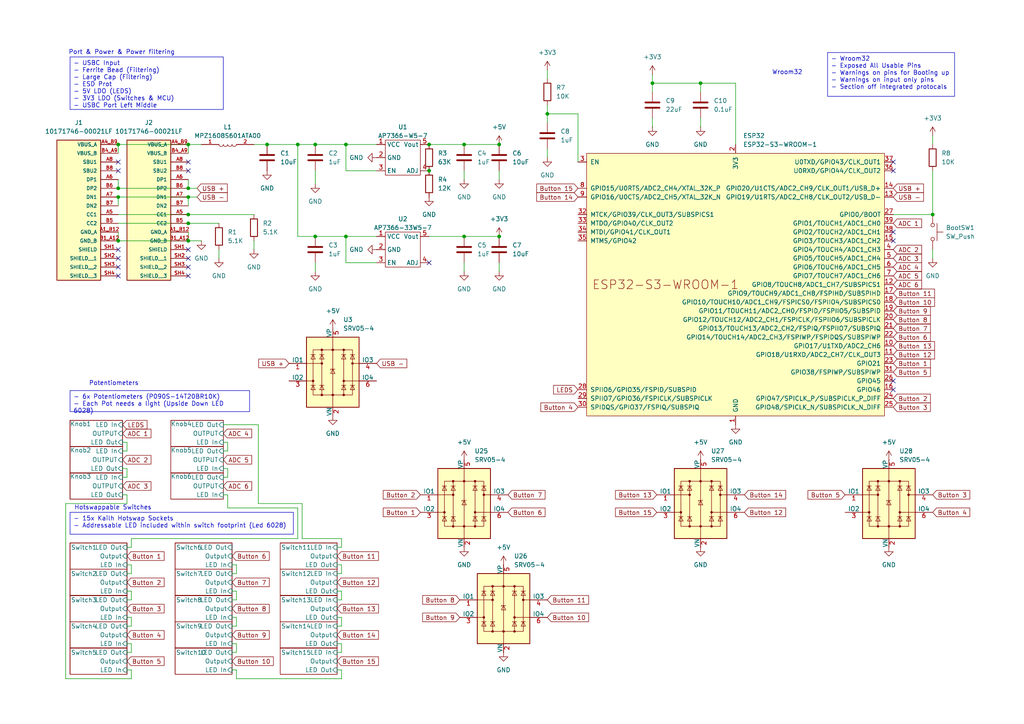
<source format=kicad_sch>
(kicad_sch (version 20231120) (generator "eeschema") (generator_version "8.0")
  (paper "A4")
  (lib_symbols
    (symbol "AP7366_SOT_25:AP7366_SOT25"
      (property "Reference" "U" (at 0 5.334 0))
      (symbol "AP7366_SOT25_1_1"
        (pin power_in line (at -7.62 2.54 0) (length 2.54) (name "VCC") (number "1"))
        (pin power_in line (at -7.62 -1.27 0) (length 2.54) (name "GND") (number "2"))
        (pin input line (at -7.62 -5.08 0) (length 2.54) (name "EN") (number "3"))
        (pin power_in line (at 7.62 -5.08 180) (length 2.54) (name "ADJ") (number "4"))
        (pin power_in line (at 7.62 2.54 180) (length 2.54) (name "Vout") (number "5"))
      )
    )
    (symbol "Device:C" (pin_numbers hide) (pin_names (offset 0.254))
      (property "Reference" "C" (at 0.635 2.54 0))
      (property "Value" "C" (at 0.635 -2.54 0))
      (symbol "C_1_1"
        (pin passive line (at 0 3.81 270) (length 2.794) (name "~") (number "1"))
        (pin passive line (at 0 -3.81 90) (length 2.794) (name "~") (number "2"))
      )
    )
    (symbol "Device:R" (pin_numbers hide) (pin_names (offset 0))
      (property "Reference" "R" (at 2.032 0 90))
      (property "Value" "R" (at 0 0 90))
      (symbol "R_1_1"
        (pin passive line (at 0 3.81 270) (length 1.27) (name "~") (number "1"))
        (pin passive line (at 0 -3.81 90) (length 1.27) (name "~") (number "2"))
      )
    )
    (symbol "Ferrite_Bead_MPZ1608S601ATA00:MPZ1608S601ATA00" (pin_names (offset 1.016))
      (property "Reference" "L" (at -5.0885 1.9082 0))
      (property "Value" "MPZ1608S601ATA00" (at -5.0854 -2.5427 0))
      (symbol "MPZ1608S601ATA00_0_0"
        (pin passive line (at -7.62 0 0) (length 5.08) (name "~") (number "1"))
        (pin passive line (at 7.62 0 180) (length 5.08) (name "~") (number "2"))
      )
    )
    (symbol "PCM_Espressif:ESP32-S3-WROOM-1" (pin_names (offset 1.016))
      (property "Reference" "U" (at -43.18 43.18 0))
      (property "Value" "ESP32-S3-WROOM-1" (at -43.18 40.64 0))
      (symbol "ESP32-S3-WROOM-1_0_0"
        (text "ESP32-S3-WROOM-1" (at -20.32 0 0) (effects (font (size 2.54 2.54))))
        (pin power_in line (at 0 -40.64 90) (length 2.54) (name "GND") (number "1"))
        (pin bidirectional line (at 45.72 -17.78 180) (length 2.54) (name "GPIO17/U1TXD/ADC2_CH6") (number "10"))
        (pin bidirectional line (at 45.72 -20.32 180) (length 2.54) (name "GPIO18/U1RXD/ADC2_CH7/CLK_OUT3") (number "11"))
        (pin bidirectional line (at 45.72 0 180) (length 2.54) (name "GPIO8/TOUCH8/ADC1_CH7/SUBSPICS1") (number "12"))
        (pin bidirectional line (at 45.72 25.4 180) (length 2.54) (name "GPIO19/U1RTS/ADC2_CH8/CLK_OUT2/USB_D-") (number "13"))
        (pin bidirectional line (at 45.72 27.94 180) (length 2.54) (name "GPIO20/U1CTS/ADC2_CH9/CLK_OUT1/USB_D+") (number "14"))
        (pin bidirectional line (at 45.72 12.7 180) (length 2.54) (name "GPIO3/TOUCH3/ADC1_CH2") (number "15"))
        (pin bidirectional line (at 45.72 -30.48 180) (length 2.54) (name "GPIO46") (number "16"))
        (pin bidirectional line (at 45.72 -2.54 180) (length 2.54) (name "GPIO9/TOUCH9/ADC1_CH8/FSPIHD/SUBSPIHD") (number "17"))
        (pin bidirectional line (at 45.72 -5.08 180) (length 2.54) (name "GPIO10/TOUCH10/ADC1_CH9/FSPICS0/FSPIIO4/SUBSPICS0") (number "18"))
        (pin bidirectional line (at 45.72 -7.62 180) (length 2.54) (name "GPIO11/TOUCH11/ADC2_CH0/FSPID/FSPIIO5/SUBSPID") (number "19"))
        (pin power_in line (at 0 40.64 270) (length 2.54) (name "3V3") (number "2"))
        (pin bidirectional line (at 45.72 -10.16 180) (length 2.54) (name "GPIO12/TOUCH12/ADC2_CH1/FSPICLK/FSPIIO6/SUBSPICLK") (number "20"))
        (pin bidirectional line (at 45.72 -12.7 180) (length 2.54) (name "GPIO13/TOUCH13/ADC2_CH2/FSPIQ/FSPIIO7/SUBSPIQ") (number "21"))
        (pin bidirectional line (at 45.72 -15.24 180) (length 2.54) (name "GPIO14/TOUCH14/ADC2_CH3/FSPIWP/FSPIDQS/SUBSPIWP") (number "22"))
        (pin bidirectional line (at 45.72 -22.86 180) (length 2.54) (name "GPIO21") (number "23"))
        (pin bidirectional line (at 45.72 -33.02 180) (length 2.54) (name "GPIO47/SPICLK_P/SUBSPICLK_P_DIFF") (number "24"))
        (pin bidirectional line (at 45.72 -35.56 180) (length 2.54) (name "GPIO48/SPICLK_N/SUBSPICLK_N_DIFF") (number "25"))
        (pin bidirectional line (at 45.72 -27.94 180) (length 2.54) (name "GPIO45") (number "26"))
        (pin bidirectional line (at 45.72 20.32 180) (length 2.54) (name "GPIO0/BOOT") (number "27"))
        (pin bidirectional line (at -45.72 -30.48 0) (length 2.54) (name "SPIIO6/GPIO35/FSPID/SUBSPID") (number "28"))
        (pin bidirectional line (at -45.72 -33.02 0) (length 2.54) (name "SPIIO7/GPIO36/FSPICLK/SUBSPICLK") (number "29"))
        (pin input line (at -45.72 35.56 0) (length 2.54) (name "EN") (number "3"))
        (pin bidirectional line (at -45.72 -35.56 0) (length 2.54) (name "SPIDQS/GPIO37/FSPIQ/SUBSPIQ") (number "30"))
        (pin bidirectional line (at 45.72 -25.4 180) (length 2.54) (name "GPIO38/FSPIWP/SUBSPIWP") (number "31"))
        (pin bidirectional line (at -45.72 20.32 0) (length 2.54) (name "MTCK/GPIO39/CLK_OUT3/SUBSPICS1") (number "32"))
        (pin bidirectional line (at -45.72 17.78 0) (length 2.54) (name "MTDO/GPIO40/CLK_OUT2") (number "33"))
        (pin bidirectional line (at -45.72 15.24 0) (length 2.54) (name "MTDI/GPIO41/CLK_OUT1") (number "34"))
        (pin bidirectional line (at -45.72 12.7 0) (length 2.54) (name "MTMS/GPIO42") (number "35"))
        (pin bidirectional line (at 45.72 33.02 180) (length 2.54) (name "U0RXD/GPIO44/CLK_OUT2") (number "36"))
        (pin bidirectional line (at 45.72 35.56 180) (length 2.54) (name "U0TXD/GPIO43/CLK_OUT1") (number "37"))
        (pin bidirectional line (at 45.72 15.24 180) (length 2.54) (name "GPIO2/TOUCH2/ADC1_CH1") (number "38"))
        (pin bidirectional line (at 45.72 17.78 180) (length 2.54) (name "GPIO1/TOUCH1/ADC1_CH0") (number "39"))
        (pin bidirectional line (at 45.72 10.16 180) (length 2.54) (name "GPIO4/TOUCH4/ADC1_CH3") (number "4"))
        (pin passive line (at 0 -40.64 90) (length 2.54) hide (name "GND") (number "40"))
        (pin passive line (at 0 -40.64 90) (length 2.54) hide (name "GND") (number "41"))
        (pin bidirectional line (at 45.72 7.62 180) (length 2.54) (name "GPIO5/TOUCH5/ADC1_CH4") (number "5"))
        (pin bidirectional line (at 45.72 5.08 180) (length 2.54) (name "GPIO6/TOUCH6/ADC1_CH5") (number "6"))
        (pin bidirectional line (at 45.72 2.54 180) (length 2.54) (name "GPIO7/TOUCH7/ADC1_CH6") (number "7"))
        (pin bidirectional line (at -45.72 27.94 0) (length 2.54) (name "GPIO15/U0RTS/ADC2_CH4/XTAL_32K_P") (number "8"))
        (pin bidirectional line (at -45.72 25.4 0) (length 2.54) (name "GPIO16/U0CTS/ADC2_CH5/XTAL_32K_N") (number "9"))
      )
    )
    (symbol "Power_Protection:SRV05-4" (pin_names (offset 0))
      (property "Reference" "U" (at -5.08 11.43 0))
      (property "Value" "SRV05-4" (at 2.54 11.43 0))
      (symbol "SRV05-4_1_1"
        (pin passive line (at -12.7 2.54 0) (length 5.08) (name "IO1") (number "1"))
        (pin passive line (at 0 -12.7 90) (length 2.54) (name "VN") (number "2"))
        (pin passive line (at -12.7 -2.54 0) (length 5.08) (name "IO2") (number "3"))
        (pin passive line (at 12.7 2.54 180) (length 5.08) (name "IO3") (number "4"))
        (pin passive line (at 0 12.7 270) (length 2.54) (name "VP") (number "5"))
        (pin passive line (at 12.7 -2.54 180) (length 5.08) (name "IO4") (number "6"))
      )
    )
    (symbol "Switch:SW_Push" (pin_numbers hide) (pin_names (offset 1.016) hide)
      (property "Reference" "SW" (at 1.27 2.54 0))
      (property "Value" "SW_Push" (at 0 -1.524 0))
      (symbol "SW_Push_0_1"
        (pin passive line (at -5.08 0 0) (length 2.54) (name "1") (number "1"))
        (pin passive line (at 5.08 0 180) (length 2.54) (name "2") (number "2"))
      )
    )
    (symbol "USBC_10171746_00021LF:10171746-00021LF" (pin_names (offset 1.016))
      (property "Reference" "J2" (at 0 17.78 0))
      (property "Value" "10171746-00021LF" (at 0 15.24 0))
      (symbol "10171746-00021LF_0_0"
        (pin power_in line (at 11.43 -13.97 180) (length 5.08) (name "GND_A") (number "A1_B12"))
        (pin power_in line (at 11.43 11.43 180) (length 5.08) (name "VBUS_A") (number "A4_B9"))
        (pin bidirectional line (at 11.43 -8.89 180) (length 5.08) (name "CC1") (number "A5"))
        (pin bidirectional line (at 11.43 1.27 180) (length 5.08) (name "DP1") (number "A6"))
        (pin bidirectional line (at 11.43 -3.81 180) (length 5.08) (name "DN1") (number "A7"))
        (pin bidirectional line (at 11.43 6.35 180) (length 5.08) (name "SBU1") (number "A8"))
        (pin power_in line (at 11.43 -16.51 180) (length 5.08) (name "GND_B") (number "B1_A12"))
        (pin power_in line (at 11.43 8.89 180) (length 5.08) (name "VBUS_B") (number "B4_A9"))
        (pin bidirectional line (at 11.43 -11.43 180) (length 5.08) (name "CC2") (number "B5"))
        (pin bidirectional line (at 11.43 -1.27 180) (length 5.08) (name "DP2") (number "B6"))
        (pin bidirectional line (at 11.43 -6.35 180) (length 5.08) (name "DN2") (number "B7"))
        (pin bidirectional line (at 11.43 3.81 180) (length 5.08) (name "SBU2") (number "B8"))
        (pin passive line (at 11.43 -19.05 180) (length 5.08) (name "SHIELD") (number "SH1"))
        (pin passive line (at 11.43 -21.59 180) (length 5.08) (name "SHIELD__1") (number "SH2"))
        (pin passive line (at 11.43 -24.13 180) (length 5.08) (name "SHIELD__2") (number "SH3"))
        (pin passive line (at 11.43 -26.67 180) (length 5.08) (name "SHIELD__3") (number "SH4"))
      )
    )
    (symbol "power:+3V3" (power) (pin_numbers hide) (pin_names (offset 0) hide)
      (property "Value" "+3V3" (at 0 3.556 0))
      (symbol "+3V3_1_1"
        (pin power_in line (at 0 0 90) (length 0) (name "~") (number "1"))
      )
    )
    (symbol "power:+5V" (power) (pin_numbers hide) (pin_names (offset 0) hide)
      (property "Value" "+5V" (at 0 3.556 0))
      (symbol "+5V_1_1"
        (pin power_in line (at 0 0 90) (length 0) (name "~") (number "1"))
      )
    )
    (symbol "power:GND" (power) (pin_numbers hide) (pin_names (offset 0) hide)
      (property "Value" "GND" (at 0 -3.81 0))
      (symbol "GND_1_1"
        (pin power_in line (at 0 0 270) (length 0) (name "~") (number "1"))
      )
    )
  )
  (junction (at 86.36 41.91))
  (junction (at 54.61 64.77))
  (junction (at 91.44 41.91))
  (junction (at 144.78 41.91))
  (junction (at 34.29 41.91))
  (junction (at 158.75 33.02))
  (junction (at 34.29 54.61))
  (junction (at 54.61 41.91))
  (junction (at 124.46 49.53))
  (junction (at 134.62 41.91))
  (junction (at 91.44 68.58))
  (junction (at 144.78 68.58))
  (junction (at 134.62 68.58))
  (junction (at 77.47 41.91))
  (junction (at 34.29 69.85))
  (junction (at 100.33 41.91))
  (junction (at 54.61 54.61))
  (junction (at 270.51 62.23))
  (junction (at 54.61 62.23))
  (junction (at 34.29 57.15))
  (junction (at 203.2 24.13))
  (junction (at 100.33 68.58))
  (junction (at 54.61 57.15))
  (junction (at 189.23 24.13))
  (junction (at 54.61 69.85))
  (junction (at 124.46 41.91))
  (no_connect (at 259.08 113.03))
  (no_connect (at 259.08 67.31))
  (no_connect (at 34.29 49.53))
  (no_connect (at 54.61 49.53))
  (no_connect (at 34.29 77.47))
  (no_connect (at 54.61 77.47))
  (no_connect (at 34.29 72.39))
  (no_connect (at 54.61 46.99))
  (no_connect (at 34.29 74.93))
  (no_connect (at 54.61 80.01))
  (no_connect (at 259.08 46.99))
  (no_connect (at 54.61 74.93))
  (no_connect (at 34.29 46.99))
  (no_connect (at 259.08 110.49))
  (no_connect (at 34.29 80.01))
  (no_connect (at 54.61 72.39))
  (no_connect (at 259.08 69.85))
  (no_connect (at 124.46 76.2))
  (no_connect (at 259.08 49.53))
  (wire (pts (xy 54.61 41.91) (xy 58.42 41.91)))
  (wire (pts (xy 66.04 143.51) (xy 64.77 143.51)))
  (wire (pts (xy 38.1 186.69) (xy 36.83 186.69)))
  (wire (pts (xy 67.31 173.99) (xy 68.58 173.99)))
  (wire (pts (xy 36.83 173.99) (xy 38.1 173.99)))
  (wire (pts (xy 74.93 146.05) (xy 74.93 123.19)))
  (wire (pts (xy 100.33 76.2) (xy 100.33 68.58)))
  (wire (pts (xy 144.78 76.2) (xy 144.78 78.74)))
  (wire (pts (xy 67.31 166.37) (xy 68.58 166.37)))
  (wire (pts (xy 158.75 35.56) (xy 158.75 33.02)))
  (wire (pts (xy 54.61 62.23) (xy 73.66 62.23)))
  (wire (pts (xy 34.29 64.77) (xy 54.61 64.77)))
  (wire (pts (xy 57.15 54.61) (xy 54.61 54.61)))
  (wire (pts (xy 99.06 186.69) (xy 99.06 189.23)))
  (wire (pts (xy 97.79 194.31) (xy 99.06 194.31)))
  (wire (pts (xy 66.04 128.27) (xy 64.77 128.27)))
  (wire (pts (xy 86.36 41.91) (xy 86.36 68.58)))
  (wire (pts (xy 68.58 194.31) (xy 67.31 194.31)))
  (wire (pts (xy 144.78 49.53) (xy 144.78 52.07)))
  (wire (pts (xy 68.58 186.69) (xy 67.31 186.69)))
  (wire (pts (xy 189.23 21.59) (xy 189.23 24.13)))
  (wire (pts (xy 99.06 189.23) (xy 97.79 189.23)))
  (wire (pts (xy 124.46 68.58) (xy 134.62 68.58)))
  (wire (pts (xy 189.23 24.13) (xy 189.23 26.67)))
  (wire (pts (xy 86.36 41.91) (xy 91.44 41.91)))
  (wire (pts (xy 38.1 166.37) (xy 38.1 163.83)))
  (wire (pts (xy 97.79 163.83) (xy 99.06 163.83)))
  (wire (pts (xy 99.06 179.07) (xy 99.06 181.61)))
  (wire (pts (xy 36.83 146.05) (xy 19.05 146.05)))
  (wire (pts (xy 87.63 156.21) (xy 87.63 146.05)))
  (wire (pts (xy 91.44 68.58) (xy 100.33 68.58)))
  (wire (pts (xy 97.79 179.07) (xy 99.06 179.07)))
  (wire (pts (xy 34.29 54.61) (xy 54.61 54.61)))
  (wire (pts (xy 99.06 173.99) (xy 97.79 173.99)))
  (wire (pts (xy 34.29 57.15) (xy 54.61 57.15)))
  (wire (pts (xy 203.2 24.13) (xy 213.36 24.13)))
  (wire (pts (xy 68.58 181.61) (xy 68.58 179.07)))
  (wire (pts (xy 99.06 163.83) (xy 99.06 166.37)))
  (wire (pts (xy 34.29 67.31) (xy 34.29 69.85)))
  (wire (pts (xy 67.31 189.23) (xy 68.58 189.23)))
  (wire (pts (xy 270.51 49.53) (xy 270.51 62.23)))
  (wire (pts (xy 54.61 52.07) (xy 54.61 54.61)))
  (wire (pts (xy 36.83 166.37) (xy 38.1 166.37)))
  (wire (pts (xy 68.58 196.85) (xy 68.58 194.31)))
  (wire (pts (xy 38.1 158.75) (xy 38.1 156.21)))
  (wire (pts (xy 54.61 64.77) (xy 63.5 64.77)))
  (wire (pts (xy 34.29 41.91) (xy 34.29 44.45)))
  (wire (pts (xy 158.75 22.86) (xy 158.75 20.32)))
  (wire (pts (xy 54.61 44.45) (xy 54.61 41.91)))
  (wire (pts (xy 203.2 24.13) (xy 203.2 26.67)))
  (wire (pts (xy 109.22 49.53) (xy 100.33 49.53)))
  (wire (pts (xy 189.23 34.29) (xy 189.23 36.83)))
  (wire (pts (xy 36.83 130.81) (xy 35.56 130.81)))
  (wire (pts (xy 97.79 186.69) (xy 99.06 186.69)))
  (wire (pts (xy 99.06 156.21) (xy 99.06 158.75)))
  (wire (pts (xy 64.77 138.43) (xy 66.04 138.43)))
  (wire (pts (xy 87.63 156.21) (xy 99.06 156.21)))
  (wire (pts (xy 134.62 49.53) (xy 134.62 52.07)))
  (wire (pts (xy 36.83 158.75) (xy 38.1 158.75)))
  (wire (pts (xy 100.33 49.53) (xy 100.33 41.91)))
  (wire (pts (xy 54.61 69.85) (xy 54.61 67.31)))
  (wire (pts (xy 91.44 41.91) (xy 100.33 41.91)))
  (wire (pts (xy 86.36 147.32) (xy 66.04 147.32)))
  (wire (pts (xy 68.58 179.07) (xy 67.31 179.07)))
  (wire (pts (xy 58.42 69.85) (xy 54.61 69.85)))
  (wire (pts (xy 124.46 41.91) (xy 134.62 41.91)))
  (wire (pts (xy 38.1 181.61) (xy 38.1 179.07)))
  (wire (pts (xy 35.56 143.51) (xy 36.83 143.51)))
  (wire (pts (xy 144.78 68.58) (xy 134.62 68.58)))
  (wire (pts (xy 134.62 76.2) (xy 134.62 78.74)))
  (wire (pts (xy 99.06 166.37) (xy 97.79 166.37)))
  (wire (pts (xy 19.05 196.85) (xy 38.1 196.85)))
  (wire (pts (xy 270.51 74.93) (xy 270.51 72.39)))
  (wire (pts (xy 158.75 30.48) (xy 158.75 33.02)))
  (wire (pts (xy 36.83 181.61) (xy 38.1 181.61)))
  (wire (pts (xy 36.83 189.23) (xy 38.1 189.23)))
  (wire (pts (xy 158.75 33.02) (xy 167.64 33.02)))
  (wire (pts (xy 91.44 76.2) (xy 91.44 78.74)))
  (wire (pts (xy 74.93 123.19) (xy 64.77 123.19)))
  (wire (pts (xy 68.58 166.37) (xy 68.58 163.83)))
  (wire (pts (xy 91.44 49.53) (xy 91.44 53.34)))
  (wire (pts (xy 38.1 196.85) (xy 38.1 194.31)))
  (wire (pts (xy 68.58 189.23) (xy 68.58 186.69)))
  (wire (pts (xy 66.04 135.89) (xy 64.77 135.89)))
  (wire (pts (xy 66.04 143.51) (xy 66.04 147.32)))
  (wire (pts (xy 109.22 76.2) (xy 100.33 76.2)))
  (wire (pts (xy 86.36 68.58) (xy 91.44 68.58)))
  (wire (pts (xy 34.29 41.91) (xy 54.61 41.91)))
  (wire (pts (xy 73.66 41.91) (xy 77.47 41.91)))
  (wire (pts (xy 189.23 24.13) (xy 203.2 24.13)))
  (wire (pts (xy 87.63 146.05) (xy 74.93 146.05)))
  (wire (pts (xy 38.1 194.31) (xy 36.83 194.31)))
  (wire (pts (xy 99.06 196.85) (xy 68.58 196.85)))
  (wire (pts (xy 19.05 146.05) (xy 19.05 196.85)))
  (wire (pts (xy 86.36 156.21) (xy 86.36 147.32)))
  (wire (pts (xy 68.58 163.83) (xy 67.31 163.83)))
  (wire (pts (xy 270.51 39.37) (xy 270.51 41.91)))
  (wire (pts (xy 35.56 128.27) (xy 36.83 128.27)))
  (wire (pts (xy 203.2 34.29) (xy 203.2 36.83)))
  (wire (pts (xy 68.58 173.99) (xy 68.58 171.45)))
  (wire (pts (xy 38.1 189.23) (xy 38.1 186.69)))
  (wire (pts (xy 100.33 41.91) (xy 109.22 41.91)))
  (wire (pts (xy 38.1 171.45) (xy 36.83 171.45)))
  (wire (pts (xy 99.06 171.45) (xy 99.06 173.99)))
  (wire (pts (xy 34.29 57.15) (xy 34.29 59.69)))
  (wire (pts (xy 68.58 171.45) (xy 67.31 171.45)))
  (wire (pts (xy 73.66 69.85) (xy 73.66 72.39)))
  (wire (pts (xy 57.15 57.15) (xy 54.61 57.15)))
  (wire (pts (xy 97.79 171.45) (xy 99.06 171.45)))
  (wire (pts (xy 66.04 138.43) (xy 66.04 135.89)))
  (wire (pts (xy 63.5 72.39) (xy 63.5 74.93)))
  (wire (pts (xy 99.06 194.31) (xy 99.06 196.85)))
  (wire (pts (xy 77.47 41.91) (xy 86.36 41.91)))
  (wire (pts (xy 158.75 45.72) (xy 158.75 43.18)))
  (wire (pts (xy 38.1 179.07) (xy 36.83 179.07)))
  (wire (pts (xy 36.83 143.51) (xy 36.83 146.05)))
  (wire (pts (xy 99.06 158.75) (xy 97.79 158.75)))
  (wire (pts (xy 36.83 128.27) (xy 36.83 130.81)))
  (wire (pts (xy 36.83 135.89) (xy 36.83 138.43)))
  (wire (pts (xy 34.29 54.61) (xy 34.29 52.07)))
  (wire (pts (xy 38.1 156.21) (xy 86.36 156.21)))
  (wire (pts (xy 38.1 173.99) (xy 38.1 171.45)))
  (wire (pts (xy 64.77 130.81) (xy 66.04 130.81)))
  (wire (pts (xy 38.1 163.83) (xy 36.83 163.83)))
  (wire (pts (xy 34.29 69.85) (xy 54.61 69.85)))
  (wire (pts (xy 100.33 68.58) (xy 109.22 68.58)))
  (wire (pts (xy 213.36 24.13) (xy 213.36 41.91)))
  (wire (pts (xy 67.31 181.61) (xy 68.58 181.61)))
  (wire (pts (xy 99.06 181.61) (xy 97.79 181.61)))
  (wire (pts (xy 54.61 57.15) (xy 54.61 59.69)))
  (wire (pts (xy 167.64 33.02) (xy 167.64 46.99)))
  (wire (pts (xy 35.56 135.89) (xy 36.83 135.89)))
  (wire (pts (xy 66.04 130.81) (xy 66.04 128.27)))
  (wire (pts (xy 144.78 41.91) (xy 134.62 41.91)))
  (wire (pts (xy 34.29 62.23) (xy 54.61 62.23)))
  (wire (pts (xy 259.08 62.23) (xy 270.51 62.23)))
  (wire (pts (xy 36.83 138.43) (xy 35.56 138.43)))
  (text_box "- 6x Potentiometers (P090S-14T20BR10K)\n- Each Pot needs a light (Upside Down LED 6028)" (at 20.32 113.284 0) (size 52.07 6.096) (effects (font (size 1.27 1.27)) (justify left top)))
  (text_box "- USBC Input\n- Ferrite Bead (Filtering)\n- Large Cap (Filtering)\n- ESD Prot\n- 5V LDO (LEDS)\n- 3V3 LDO (Switches & MCU)\n- USBC Port Left Middle" (at 20.32 16.51 0) (size 44.45 15.24) (effects (font (size 1.27 1.27)) (justify left top)))
  (text_box "- Wroom32\n- Exposed All Usable Pins\n- Warnings on pins for Booting up\n- Warnings on input only pins\n- Section off integrated protocals" (at 240.03 15.24 0) (size 36.83 12.7) (effects (font (size 1.27 1.27)) (justify left top)))
  (text_box "- 15x Kailh Hotswap Sockets\n- Addressable LED included within switch footprint (Led 6028)" (at 20.32 148.59 0) (size 64.77 6.35) (effects (font (size 1.27 1.27)) (justify left top)))
  (text "Port & Power & Power filtering" (at 35.306 15.24 0) (effects (font (size 1.27 1.27))))
  (text "Wroom32" (at 228.346 21.082 0) (effects (font (size 1.27 1.27))))
  (text "Potentiometers" (at 33.02 111.252 0) (effects (font (size 1.27 1.27))))
  (text "Hotswappable Switches" (at 32.766 147.32 0) (effects (font (size 1.27 1.27))))
  (global_label "Button 11" (shape input) (at 259.08 85.09 0) (property "Intersheetrefs" "${INTERSHEET_REFS}" (effects (hide yes))))
  (global_label "ADC 2" (shape input) (at 35.56 133.35 0) (property "Intersheetrefs" "${INTERSHEET_REFS}" (effects (hide yes))))
  (global_label "ADC 1" (shape input) (at 259.08 64.77 0) (property "Intersheetrefs" "${INTERSHEET_REFS}" (effects (hide yes))))
  (global_label "Button 3" (shape input) (at 259.08 118.11 0) (property "Intersheetrefs" "${INTERSHEET_REFS}" (effects (hide yes))))
  (global_label "Button 8" (shape input) (at 67.31 176.53 0) (property "Intersheetrefs" "${INTERSHEET_REFS}" (effects (hide yes))))
  (global_label "Button 2" (shape input) (at 121.92 143.51 180) (property "Intersheetrefs" "${INTERSHEET_REFS}" (effects (hide yes))))
  (global_label "ADC 6" (shape input) (at 64.77 140.97 0) (property "Intersheetrefs" "${INTERSHEET_REFS}" (effects (hide yes))))
  (global_label "Button 14" (shape input) (at 167.64 57.15 180) (property "Intersheetrefs" "${INTERSHEET_REFS}" (effects (hide yes))))
  (global_label "Button 2" (shape input) (at 36.83 168.91 0) (property "Intersheetrefs" "${INTERSHEET_REFS}" (effects (hide yes))))
  (global_label "Button 11" (shape input) (at 158.75 173.99 0) (property "Intersheetrefs" "${INTERSHEET_REFS}" (effects (hide yes))))
  (global_label "ADC 2" (shape input) (at 259.08 72.39 0) (property "Intersheetrefs" "${INTERSHEET_REFS}" (effects (hide yes))))
  (global_label "Button 4" (shape input) (at 36.83 184.15 0) (property "Intersheetrefs" "${INTERSHEET_REFS}" (effects (hide yes))))
  (global_label "Button 15" (shape input) (at 167.64 54.61 180) (property "Intersheetrefs" "${INTERSHEET_REFS}" (effects (hide yes))))
  (global_label "Button 11" (shape input) (at 97.79 161.29 0) (property "Intersheetrefs" "${INTERSHEET_REFS}" (effects (hide yes))))
  (global_label "Button 4" (shape input) (at 270.51 148.59 0) (property "Intersheetrefs" "${INTERSHEET_REFS}" (effects (hide yes))))
  (global_label "Button 6" (shape input) (at 67.31 161.29 0) (property "Intersheetrefs" "${INTERSHEET_REFS}" (effects (hide yes))))
  (global_label "USB -" (shape input) (at 57.15 57.15 0) (property "Intersheetrefs" "${INTERSHEET_REFS}" (effects (hide yes))))
  (global_label "Button 9" (shape input) (at 133.35 179.07 180) (property "Intersheetrefs" "${INTERSHEET_REFS}" (effects (hide yes))))
  (global_label "USB +" (shape input) (at 259.08 54.61 0) (property "Intersheetrefs" "${INTERSHEET_REFS}" (effects (hide yes))))
  (global_label "Button 10" (shape input) (at 67.31 191.77 0) (property "Intersheetrefs" "${INTERSHEET_REFS}" (effects (hide yes))))
  (global_label "LEDS" (shape input) (at 167.64 113.03 180) (property "Intersheetrefs" "${INTERSHEET_REFS}" (effects (hide yes))))
  (global_label "USB -" (shape input) (at 109.22 105.41 0) (property "Intersheetrefs" "${INTERSHEET_REFS}" (effects (hide yes))))
  (global_label "ADC 5" (shape input) (at 64.77 133.35 0) (property "Intersheetrefs" "${INTERSHEET_REFS}" (effects (hide yes))))
  (global_label "Button 5" (shape input) (at 36.83 191.77 0) (property "Intersheetrefs" "${INTERSHEET_REFS}" (effects (hide yes))))
  (global_label "Button 15" (shape input) (at 190.5 148.59 180) (property "Intersheetrefs" "${INTERSHEET_REFS}" (effects (hide yes))))
  (global_label "Button 1" (shape input) (at 259.08 105.41 0) (property "Intersheetrefs" "${INTERSHEET_REFS}" (effects (hide yes))))
  (global_label "Button 6" (shape input) (at 147.32 148.59 0) (property "Intersheetrefs" "${INTERSHEET_REFS}" (effects (hide yes))))
  (global_label "USB -" (shape input) (at 259.08 57.15 0) (property "Intersheetrefs" "${INTERSHEET_REFS}" (effects (hide yes))))
  (global_label "Button 13" (shape input) (at 259.08 100.33 0) (property "Intersheetrefs" "${INTERSHEET_REFS}" (effects (hide yes))))
  (global_label "Button 3" (shape input) (at 36.83 176.53 0) (property "Intersheetrefs" "${INTERSHEET_REFS}" (effects (hide yes))))
  (global_label "USB +" (shape input) (at 83.82 105.41 180) (property "Intersheetrefs" "${INTERSHEET_REFS}" (effects (hide yes))))
  (global_label "ADC 3" (shape input) (at 259.08 74.93 0) (property "Intersheetrefs" "${INTERSHEET_REFS}" (effects (hide yes))))
  (global_label "Button 8" (shape input) (at 133.35 173.99 180) (property "Intersheetrefs" "${INTERSHEET_REFS}" (effects (hide yes))))
  (global_label "Button 8" (shape input) (at 259.08 92.71 0) (property "Intersheetrefs" "${INTERSHEET_REFS}" (effects (hide yes))))
  (global_label "Button 10" (shape input) (at 158.75 179.07 0) (property "Intersheetrefs" "${INTERSHEET_REFS}" (effects (hide yes))))
  (global_label "Button 9" (shape input) (at 259.08 90.17 0) (property "Intersheetrefs" "${INTERSHEET_REFS}" (effects (hide yes))))
  (global_label "Button 1" (shape input) (at 36.83 161.29 0) (property "Intersheetrefs" "${INTERSHEET_REFS}" (effects (hide yes))))
  (global_label "LEDS" (shape input) (at 35.56 123.19 0) (property "Intersheetrefs" "${INTERSHEET_REFS}" (effects (hide yes))))
  (global_label "ADC 6" (shape input) (at 259.08 82.55 0) (property "Intersheetrefs" "${INTERSHEET_REFS}" (effects (hide yes))))
  (global_label "Button 3" (shape input) (at 270.51 143.51 0) (property "Intersheetrefs" "${INTERSHEET_REFS}" (effects (hide yes))))
  (global_label "Button 15" (shape input) (at 97.79 191.77 0) (property "Intersheetrefs" "${INTERSHEET_REFS}" (effects (hide yes))))
  (global_label "Button 1" (shape input) (at 121.92 148.59 180) (property "Intersheetrefs" "${INTERSHEET_REFS}" (effects (hide yes))))
  (global_label "Button 7" (shape input) (at 147.32 143.51 0) (property "Intersheetrefs" "${INTERSHEET_REFS}" (effects (hide yes))))
  (global_label "ADC 4" (shape input) (at 64.77 125.73 0) (property "Intersheetrefs" "${INTERSHEET_REFS}" (effects (hide yes))))
  (global_label "Button 5" (shape input) (at 259.08 107.95 0) (property "Intersheetrefs" "${INTERSHEET_REFS}" (effects (hide yes))))
  (global_label "Button 14" (shape input) (at 215.9 143.51 0) (property "Intersheetrefs" "${INTERSHEET_REFS}" (effects (hide yes))))
  (global_label "Button 13" (shape input) (at 97.79 176.53 0) (property "Intersheetrefs" "${INTERSHEET_REFS}" (effects (hide yes))))
  (global_label "Button 12" (shape input) (at 215.9 148.59 0) (property "Intersheetrefs" "${INTERSHEET_REFS}" (effects (hide yes))))
  (global_label "Button 12" (shape input) (at 259.08 102.87 0) (property "Intersheetrefs" "${INTERSHEET_REFS}" (effects (hide yes))))
  (global_label "ADC 5" (shape input) (at 259.08 80.01 0) (property "Intersheetrefs" "${INTERSHEET_REFS}" (effects (hide yes))))
  (global_label "Button 5" (shape input) (at 245.11 143.51 180) (property "Intersheetrefs" "${INTERSHEET_REFS}" (effects (hide yes))))
  (global_label "Button 14" (shape input) (at 97.79 184.15 0) (property "Intersheetrefs" "${INTERSHEET_REFS}" (effects (hide yes))))
  (global_label "Button 13" (shape input) (at 190.5 143.51 180) (property "Intersheetrefs" "${INTERSHEET_REFS}" (effects (hide yes))))
  (global_label "Button 7" (shape input) (at 259.08 95.25 0) (property "Intersheetrefs" "${INTERSHEET_REFS}" (effects (hide yes))))
  (global_label "Button 6" (shape input) (at 259.08 97.79 0) (property "Intersheetrefs" "${INTERSHEET_REFS}" (effects (hide yes))))
  (global_label "Button 4" (shape input) (at 167.64 118.11 180) (property "Intersheetrefs" "${INTERSHEET_REFS}" (effects (hide yes))))
  (global_label "ADC 1" (shape input) (at 35.56 125.73 0) (property "Intersheetrefs" "${INTERSHEET_REFS}" (effects (hide yes))))
  (global_label "Button 9" (shape input) (at 67.31 184.15 0) (property "Intersheetrefs" "${INTERSHEET_REFS}" (effects (hide yes))))
  (global_label "Button 10" (shape input) (at 259.08 87.63 0) (property "Intersheetrefs" "${INTERSHEET_REFS}" (effects (hide yes))))
  (global_label "ADC 4" (shape input) (at 259.08 77.47 0) (property "Intersheetrefs" "${INTERSHEET_REFS}" (effects (hide yes))))
  (global_label "Button 7" (shape input) (at 67.31 168.91 0) (property "Intersheetrefs" "${INTERSHEET_REFS}" (effects (hide yes))))
  (global_label "Button 2" (shape input) (at 259.08 115.57 0) (property "Intersheetrefs" "${INTERSHEET_REFS}" (effects (hide yes))))
  (global_label "USB +" (shape input) (at 57.15 54.61 0) (property "Intersheetrefs" "${INTERSHEET_REFS}" (effects (hide yes))))
  (global_label "ADC 3" (shape input) (at 35.56 140.97 0) (property "Intersheetrefs" "${INTERSHEET_REFS}" (effects (hide yes))))
  (global_label "Button 12" (shape input) (at 97.79 168.91 0) (property "Intersheetrefs" "${INTERSHEET_REFS}" (effects (hide yes))))
  (symbol (lib_id "power:+5V") (at 134.62 133.35 0) (unit 1)
    (property "Reference" "#PWR0180" (effects (hide yes)))
    (property "Value" "+5V" (at 134.62 128.27 0))
    (property "Description" "Power symbol creates a global label with name \"+5V\"" (effects (hide yes)))
  )
  (symbol (lib_id "Device:C") (at 134.62 45.72 0) (unit 1)
    (property "Reference" "C4" (at 138.43 44.4499 0) (effects (justify left)))
    (property "Value" "1uF" (at 138.43 46.9899 0) (effects (justify left)))
    (property "Footprint" "Resistor_SMD:R_0603_1608Metric" (effects (hide yes)))
    (property "Description" "Unpolarized capacitor" (effects (hide yes)))
  )
  (symbol (lib_id "power:GND") (at 189.23 36.83 0) (unit 1)
    (property "Reference" "#PWR020" (effects (hide yes)))
    (property "Value" "GND" (at 189.23 41.91 0))
    (property "Description" "Power symbol creates a global label with name \"GND\" , ground" (effects (hide yes)))
  )
  (symbol (lib_id "power:+3V3") (at 158.75 20.32 0) (unit 1)
    (property "Reference" "#PWR017" (effects (hide yes)))
    (property "Value" "+3V3" (at 158.75 15.24 0))
    (property "Description" "Power symbol creates a global label with name \"+3V3\"" (effects (hide yes)))
  )
  (symbol (lib_id "Device:R") (at 124.46 45.72 0) (unit 1)
    (property "Reference" "R3" (at 127 44.4499 0) (effects (justify left)))
    (property "Value" "63K" (at 127 46.9899 0) (effects (justify left)))
    (property "Footprint" "Resistor_SMD:R_0603_1608Metric" (effects (hide yes)))
    (property "Description" "Resistor" (effects (hide yes)))
  )
  (symbol (lib_id "USBC_10171746_00021LF:10171746-00021LF") (at 22.86 53.34 0) (unit 1)
    (property "Reference" "J1" (at 22.86 35.56 0))
    (property "Value" "10171746-00021LF" (at 22.86 38.1 0))
    (property "Footprint" "USBC_10171746_00021LF:AMPHENOL_10171746-00021LF" (effects (hide yes)))
    (property "PARTREV" "A" (effects (hide yes)))
    (property "STANDARD" "Manufacturer Recommendations" (effects (hide yes)))
    (property "MAXIMUM_PACKAGE_HEIGHT" "3.16 mm" (effects (hide yes)))
    (property "MANUFACTURER" "Amphenol" (effects (hide yes)))
  )
  (symbol (lib_id "Ferrite_Bead_MPZ1608S601ATA00:MPZ1608S601ATA00") (at 66.04 41.91 0) (unit 1)
    (property "Reference" "L1" (at 66.04 36.83 0))
    (property "Value" "MPZ1608S601ATA00" (at 66.04 39.37 0))
    (property "Footprint" "Ferrite_Bead_MPZ1608S601ATA00:INDC1608X95N" (effects (hide yes)))
  )
  (symbol (lib_id "power:GND") (at 270.51 74.93 0) (unit 1)
    (property "Reference" "#PWR024" (effects (hide yes)))
    (property "Value" "GND" (at 270.51 80.01 0))
    (property "Description" "Power symbol creates a global label with name \"GND\" , ground" (effects (hide yes)))
  )
  (symbol (lib_id "power:+3V3") (at 270.51 39.37 0) (unit 1)
    (property "Reference" "#PWR023" (effects (hide yes)))
    (property "Value" "+3V3" (at 270.51 34.29 0))
    (property "Description" "Power symbol creates a global label with name \"+3V3\"" (effects (hide yes)))
  )
  (symbol (lib_id "power:GND") (at 124.46 57.15 0) (unit 1)
    (property "Reference" "#PWR09" (effects (hide yes)))
    (property "Value" "GND" (at 124.46 62.23 0))
    (property "Description" "Power symbol creates a global label with name \"GND\" , ground" (effects (hide yes)))
  )
  (symbol (lib_id "Device:C") (at 134.62 72.39 0) (unit 1)
    (property "Reference" "C5" (at 138.43 71.1199 0) (effects (justify left)))
    (property "Value" "1uF" (at 138.43 73.6599 0) (effects (justify left)))
    (property "Footprint" "Resistor_SMD:R_0603_1608Metric" (effects (hide yes)))
    (property "Description" "Unpolarized capacitor" (effects (hide yes)))
  )
  (symbol (lib_id "power:GND") (at 134.62 158.75 0) (unit 1)
    (property "Reference" "#PWR0175" (effects (hide yes)))
    (property "Value" "GND" (at 134.62 163.83 0))
    (property "Description" "Power symbol creates a global label with name \"GND\" , ground" (effects (hide yes)))
  )
  (symbol (lib_id "Power_Protection:SRV05-4") (at 134.62 146.05 0) (unit 1)
    (property "Reference" "U25" (at 137.6365 130.81 0) (effects (justify left)))
    (property "Value" "SRV05-4" (at 137.6365 133.35 0) (effects (justify left)))
    (property "Footprint" "Package_TO_SOT_SMD:SOT-23-6" (effects (hide yes)))
    (property "Datasheet" "http://www.onsemi.com/pub/Collateral/SRV05-4-D.PDF" (effects (hide yes)))
    (property "Description" "ESD Protection Diodes with Low Clamping Voltage, SOT-23-6" (effects (hide yes)))
  )
  (symbol (lib_id "Device:C") (at 189.23 30.48 0) (unit 1)
    (property "Reference" "C9" (at 193.04 29.2099 0) (effects (justify left)))
    (property "Value" "22uF" (at 193.04 31.7499 0) (effects (justify left)))
    (property "Footprint" "Capacitor_SMD:C_1206_3216Metric_Pad1.33x1.80mm_HandSolder" (effects (hide yes)))
    (property "Description" "Unpolarized capacitor" (effects (hide yes)))
  )
  (symbol (lib_id "Power_Protection:SRV05-4") (at 146.05 176.53 0) (unit 1)
    (property "Reference" "U26" (at 149.0665 161.29 0) (effects (justify left)))
    (property "Value" "SRV05-4" (at 149.0665 163.83 0) (effects (justify left)))
    (property "Footprint" "Package_TO_SOT_SMD:SOT-23-6" (effects (hide yes)))
    (property "Datasheet" "http://www.onsemi.com/pub/Collateral/SRV05-4-D.PDF" (effects (hide yes)))
    (property "Description" "ESD Protection Diodes with Low Clamping Voltage, SOT-23-6" (effects (hide yes)))
  )
  (symbol (lib_id "power:+5V") (at 144.78 41.91 0) (unit 1)
    (property "Reference" "#PWR013" (effects (hide yes)))
    (property "Value" "+5V" (at 144.78 36.83 0))
    (property "Description" "Power symbol creates a global label with name \"+5V\"" (effects (hide yes)))
  )
  (symbol (lib_id "AP7366_SOT_25:AP7366_SOT25") (at 116.84 44.45 0) (unit 1)
    (property "Reference" "U1" (at 116.84 36.83 0))
    (property "Value" "AP7366-W5-7" (at 116.84 39.37 0))
    (property "Footprint" "AP7366-SOT25:AP7366" (effects (hide yes)))
  )
  (symbol (lib_id "Device:C") (at 144.78 72.39 0) (unit 1)
    (property "Reference" "C7" (at 148.59 71.1199 0) (effects (justify left)))
    (property "Value" "10uF" (at 148.59 73.6599 0) (effects (justify left)))
    (property "Footprint" "Capacitor_SMD:C_0603_1608Metric" (effects (hide yes)))
    (property "Description" "Unpolarized capacitor" (effects (hide yes)))
  )
  (symbol (lib_id "Switch:SW_Push") (at 270.51 67.31 270) (unit 1)
    (property "Reference" "BootSW1" (at 274.32 66.0399 90) (effects (justify left)))
    (property "Value" "SW_Push" (at 274.32 68.5799 90) (effects (justify left)))
    (property "Footprint" "Button-R-667843:Button-R-667843" (effects (hide yes)))
    (property "Description" "Push button switch, generic, two pins" (effects (hide yes)))
  )
  (symbol (lib_id "power:+5V") (at 146.05 163.83 0) (unit 1)
    (property "Reference" "#PWR0179" (effects (hide yes)))
    (property "Value" "+5V" (at 146.05 158.75 0))
    (property "Description" "Power symbol creates a global label with name \"+5V\"" (effects (hide yes)))
  )
  (symbol (lib_id "power:GND") (at 257.81 158.75 0) (unit 1)
    (property "Reference" "#PWR0172" (effects (hide yes)))
    (property "Value" "GND" (at 257.81 163.83 0))
    (property "Description" "Power symbol creates a global label with name \"GND\" , ground" (effects (hide yes)))
  )
  (symbol (lib_id "Device:R") (at 63.5 68.58 0) (unit 1)
    (property "Reference" "R1" (at 66.04 67.3099 0) (effects (justify left)))
    (property "Value" "5.1K" (at 66.04 69.8499 0) (effects (justify left)))
    (property "Footprint" "Resistor_SMD:R_0603_1608Metric" (effects (hide yes)))
    (property "Description" "Resistor" (effects (hide yes)))
  )
  (symbol (lib_id "power:GND") (at 109.22 72.39 270) (unit 1)
    (property "Reference" "#PWR08" (effects (hide yes)))
    (property "Value" "GND" (at 105.41 72.3899 90) (effects (justify right)))
    (property "Description" "Power symbol creates a global label with name \"GND\" , ground" (effects (hide yes)))
  )
  (symbol (lib_id "power:GND") (at 96.52 120.65 0) (unit 1)
    (property "Reference" "#PWR0176" (effects (hide yes)))
    (property "Value" "GND" (at 96.52 125.73 0))
    (property "Description" "Power symbol creates a global label with name \"GND\" , ground" (effects (hide yes)))
  )
  (symbol (lib_id "PCM_Espressif:ESP32-S3-WROOM-1") (at 213.36 82.55 0) (unit 1)
    (property "Reference" "ESP32" (at 215.5541 39.37 0) (effects (justify left)))
    (property "Value" "ESP32-S3-WROOM-1" (at 215.5541 41.91 0) (effects (justify left)))
    (property "Footprint" "PCM_Espressif:ESP32-S3-WROOM-1" (effects (hide yes)))
    (property "Datasheet" "https://www.espressif.com/sites/default/files/documentation/esp32-s3-wroom-1_wroom-1u_datasheet_en.pdf" (effects (hide yes)))
    (property "Description" "2.4 GHz WiFi (802.11 b/g/n) and Bluetooth ® 5 (LE) module Built around ESP32S3 series of SoCs, Xtensa ® dualcore 32bit LX7 microprocessor Flash up to 16 MB, PSRAM up to 8 MB 36 GPIOs, rich set of peripherals Onboard PCB antenna" (effects (hide yes)))
  )
  (symbol (lib_id "Device:C") (at 144.78 45.72 0) (unit 1)
    (property "Reference" "C6" (at 148.59 44.4499 0) (effects (justify left)))
    (property "Value" "10uF" (at 148.59 46.9899 0) (effects (justify left)))
    (property "Footprint" "Capacitor_SMD:C_0603_1608Metric" (effects (hide yes)))
    (property "Description" "Unpolarized capacitor" (effects (hide yes)))
  )
  (symbol (lib_id "power:+5V") (at 96.52 95.25 0) (unit 1)
    (property "Reference" "#PWR0181" (effects (hide yes)))
    (property "Value" "+5V" (at 96.52 90.17 0))
    (property "Description" "Power symbol creates a global label with name \"+5V\"" (effects (hide yes)))
  )
  (symbol (lib_id "power:GND") (at 203.2 158.75 0) (unit 1)
    (property "Reference" "#PWR0173" (effects (hide yes)))
    (property "Value" "GND" (at 203.2 163.83 0))
    (property "Description" "Power symbol creates a global label with name \"GND\" , ground" (effects (hide yes)))
  )
  (symbol (lib_id "power:GND") (at 213.36 123.19 0) (unit 1)
    (property "Reference" "#PWR022" (effects (hide yes)))
    (property "Value" "GND" (at 213.36 128.27 0))
    (property "Description" "Power symbol creates a global label with name \"GND\" , ground" (effects (hide yes)))
  )
  (symbol (lib_id "Device:C") (at 91.44 45.72 0) (unit 1)
    (property "Reference" "C2" (at 95.25 44.4499 0) (effects (justify left)))
    (property "Value" "1uF" (at 95.25 46.9899 0) (effects (justify left)))
    (property "Footprint" "Resistor_SMD:R_0603_1608Metric" (effects (hide yes)))
    (property "Description" "Unpolarized capacitor" (effects (hide yes)))
  )
  (symbol (lib_id "power:GND") (at 134.62 52.07 0) (unit 1)
    (property "Reference" "#PWR011" (effects (hide yes)))
    (property "Value" "GND" (at 134.62 57.15 0))
    (property "Description" "Power symbol creates a global label with name \"GND\" , ground" (effects (hide yes)))
  )
  (symbol (lib_id "Power_Protection:SRV05-4") (at 203.2 146.05 0) (unit 1)
    (property "Reference" "U27" (at 206.2165 130.81 0) (effects (justify left)))
    (property "Value" "SRV05-4" (at 206.2165 133.35 0) (effects (justify left)))
    (property "Footprint" "Package_TO_SOT_SMD:SOT-23-6" (effects (hide yes)))
    (property "Datasheet" "http://www.onsemi.com/pub/Collateral/SRV05-4-D.PDF" (effects (hide yes)))
    (property "Description" "ESD Protection Diodes with Low Clamping Voltage, SOT-23-6" (effects (hide yes)))
  )
  (symbol (lib_id "AP7366_SOT_25:AP7366_SOT25") (at 116.84 71.12 0) (unit 1)
    (property "Reference" "U2" (at 116.84 63.5 0))
    (property "Value" "AP7366-33W5-7" (at 116.84 66.04 0))
    (property "Footprint" "AP7366-SOT25:AP7366" (effects (hide yes)))
  )
  (symbol (lib_id "Device:R") (at 158.75 26.67 0) (unit 1)
    (property "Reference" "R7" (at 161.29 25.3999 0) (effects (justify left)))
    (property "Value" "10K" (at 161.29 27.9399 0) (effects (justify left)))
    (property "Footprint" "Resistor_SMD:R_0603_1608Metric" (effects (hide yes)))
    (property "Description" "Resistor" (effects (hide yes)))
  )
  (symbol (lib_id "Device:C") (at 91.44 72.39 0) (unit 1)
    (property "Reference" "C3" (at 95.25 71.1199 0) (effects (justify left)))
    (property "Value" "1uF" (at 95.25 73.6599 0) (effects (justify left)))
    (property "Footprint" "Resistor_SMD:R_0603_1608Metric" (effects (hide yes)))
    (property "Description" "Unpolarized capacitor" (effects (hide yes)))
  )
  (symbol (lib_id "power:+5V") (at 257.81 133.35 0) (unit 1)
    (property "Reference" "#PWR0177" (effects (hide yes)))
    (property "Value" "+5V" (at 257.81 128.27 0))
    (property "Description" "Power symbol creates a global label with name \"+5V\"" (effects (hide yes)))
  )
  (symbol (lib_id "Device:R") (at 73.66 66.04 0) (unit 1)
    (property "Reference" "R2" (at 76.2 64.7699 0) (effects (justify left)))
    (property "Value" "5.1K" (at 76.2 67.3099 0) (effects (justify left)))
    (property "Footprint" "Resistor_SMD:R_0603_1608Metric" (effects (hide yes)))
    (property "Description" "Resistor" (effects (hide yes)))
  )
  (symbol (lib_id "power:GND") (at 144.78 78.74 0) (unit 1)
    (property "Reference" "#PWR016" (effects (hide yes)))
    (property "Value" "GND" (at 144.78 83.82 0))
    (property "Description" "Power symbol creates a global label with name \"GND\" , ground" (effects (hide yes)))
  )
  (symbol (lib_id "power:GND") (at 63.5 74.93 0) (unit 1)
    (property "Reference" "#PWR02" (effects (hide yes)))
    (property "Value" "GND" (at 63.5 80.01 0))
    (property "Description" "Power symbol creates a global label with name \"GND\" , ground" (effects (hide yes)))
  )
  (symbol (lib_id "power:GND") (at 77.47 49.53 0) (unit 1)
    (property "Reference" "#PWR03" (effects (hide yes)))
    (property "Value" "GND" (at 77.47 54.61 0))
    (property "Description" "Power symbol creates a global label with name \"GND\" , ground" (effects (hide yes)))
  )
  (symbol (lib_id "power:+3V3") (at 189.23 21.59 0) (unit 1)
    (property "Reference" "#PWR019" (effects (hide yes)))
    (property "Value" "+3V3" (at 189.23 16.51 0))
    (property "Description" "Power symbol creates a global label with name \"+3V3\"" (effects (hide yes)))
  )
  (symbol (lib_id "Power_Protection:SRV05-4") (at 257.81 146.05 0) (unit 1)
    (property "Reference" "U28" (at 260.8265 130.81 0) (effects (justify left)))
    (property "Value" "SRV05-4" (at 260.8265 133.35 0) (effects (justify left)))
    (property "Footprint" "Package_TO_SOT_SMD:SOT-23-6" (effects (hide yes)))
    (property "Datasheet" "http://www.onsemi.com/pub/Collateral/SRV05-4-D.PDF" (effects (hide yes)))
    (property "Description" "ESD Protection Diodes with Low Clamping Voltage, SOT-23-6" (effects (hide yes)))
  )
  (symbol (lib_id "Device:C") (at 158.75 39.37 0) (unit 1)
    (property "Reference" "C8" (at 162.56 38.0999 0) (effects (justify left)))
    (property "Value" "1uF" (at 162.56 40.6399 0) (effects (justify left)))
    (property "Footprint" "Capacitor_SMD:C_0603_1608Metric" (effects (hide yes)))
    (property "Description" "Unpolarized capacitor" (effects (hide yes)))
  )
  (symbol (lib_id "power:GND") (at 91.44 53.34 0) (unit 1)
    (property "Reference" "#PWR05" (effects (hide yes)))
    (property "Value" "GND" (at 91.44 58.42 0))
    (property "Description" "Power symbol creates a global label with name \"GND\" , ground" (effects (hide yes)))
  )
  (symbol (lib_id "power:GND") (at 58.42 69.85 0) (unit 1)
    (property "Reference" "#PWR01" (effects (hide yes)))
    (property "Value" "GND" (at 58.42 74.93 0))
    (property "Description" "Power symbol creates a global label with name \"GND\" , ground" (effects (hide yes)))
  )
  (symbol (lib_id "power:GND") (at 134.62 78.74 0) (unit 1)
    (property "Reference" "#PWR012" (effects (hide yes)))
    (property "Value" "GND" (at 134.62 83.82 0))
    (property "Description" "Power symbol creates a global label with name \"GND\" , ground" (effects (hide yes)))
  )
  (symbol (lib_id "Device:R") (at 270.51 45.72 0) (unit 1)
    (property "Reference" "R8" (at 273.05 44.4499 0) (effects (justify left)))
    (property "Value" "10K" (at 273.05 46.9899 0) (effects (justify left)))
    (property "Footprint" "Resistor_SMD:R_0603_1608Metric" (effects (hide yes)))
    (property "Description" "Resistor" (effects (hide yes)))
  )
  (symbol (lib_id "power:+5V") (at 203.2 133.35 0) (unit 1)
    (property "Reference" "#PWR0178" (effects (hide yes)))
    (property "Value" "+5V" (at 203.2 128.27 0))
    (property "Description" "Power symbol creates a global label with name \"+5V\"" (effects (hide yes)))
  )
  (symbol (lib_id "Power_Protection:SRV05-4") (at 96.52 107.95 0) (unit 1)
    (property "Reference" "U3" (at 99.5365 92.71 0) (effects (justify left)))
    (property "Value" "SRV05-4" (at 99.5365 95.25 0) (effects (justify left)))
    (property "Footprint" "Package_TO_SOT_SMD:SOT-23-6" (effects (hide yes)))
    (property "Datasheet" "http://www.onsemi.com/pub/Collateral/SRV05-4-D.PDF" (effects (hide yes)))
    (property "Description" "ESD Protection Diodes with Low Clamping Voltage, SOT-23-6" (effects (hide yes)))
  )
  (symbol (lib_id "power:GND") (at 73.66 72.39 0) (unit 1)
    (property "Reference" "#PWR04" (effects (hide yes)))
    (property "Value" "GND" (at 73.66 77.47 0))
    (property "Description" "Power symbol creates a global label with name \"GND\" , ground" (effects (hide yes)))
  )
  (symbol (lib_id "Device:C") (at 203.2 30.48 0) (unit 1)
    (property "Reference" "C10" (at 207.01 29.2099 0) (effects (justify left)))
    (property "Value" "0.1uF" (at 207.01 31.7499 0) (effects (justify left)))
    (property "Footprint" "Capacitor_SMD:C_0603_1608Metric" (effects (hide yes)))
    (property "Description" "Unpolarized capacitor" (effects (hide yes)))
  )
  (symbol (lib_id "USBC_10171746_00021LF:10171746-00021LF") (at 43.18 53.34 0) (unit 1)
    (property "Reference" "J2" (at 43.18 35.56 0))
    (property "Value" "10171746-00021LF" (at 43.18 38.1 0))
    (property "Footprint" "USBC_10171746_00021LF:AMPHENOL_10171746-00021LF" (effects (hide yes)))
    (property "PARTREV" "A" (effects (hide yes)))
    (property "STANDARD" "Manufacturer Recommendations" (effects (hide yes)))
    (property "MAXIMUM_PACKAGE_HEIGHT" "3.16 mm" (effects (hide yes)))
    (property "MANUFACTURER" "Amphenol" (effects (hide yes)))
  )
  (symbol (lib_id "power:GND") (at 109.22 45.72 270) (unit 1)
    (property "Reference" "#PWR07" (effects (hide yes)))
    (property "Value" "GND" (at 105.41 45.7199 90) (effects (justify right)))
    (property "Description" "Power symbol creates a global label with name \"GND\" , ground" (effects (hide yes)))
  )
  (symbol (lib_id "power:GND") (at 91.44 78.74 0) (unit 1)
    (property "Reference" "#PWR06" (effects (hide yes)))
    (property "Value" "GND" (at 91.44 83.82 0))
    (property "Description" "Power symbol creates a global label with name \"GND\" , ground" (effects (hide yes)))
  )
  (symbol (lib_id "power:GND") (at 158.75 45.72 0) (unit 1)
    (property "Reference" "#PWR018" (effects (hide yes)))
    (property "Value" "GND" (at 158.75 50.8 0))
    (property "Description" "Power symbol creates a global label with name \"GND\" , ground" (effects (hide yes)))
  )
  (symbol (lib_id "Device:C") (at 77.47 45.72 0) (unit 1)
    (property "Reference" "C1" (at 81.28 44.4499 0) (effects (justify left)))
    (property "Value" "10uF" (at 81.28 46.9899 0) (effects (justify left)))
    (property "Footprint" "Capacitor_SMD:C_0603_1608Metric" (effects (hide yes)))
    (property "Description" "Unpolarized capacitor" (effects (hide yes)))
  )
  (symbol (lib_id "power:GND") (at 146.05 189.23 0) (unit 1)
    (property "Reference" "#PWR0174" (effects (hide yes)))
    (property "Value" "GND" (at 146.05 194.31 0))
    (property "Description" "Power symbol creates a global label with name \"GND\" , ground" (effects (hide yes)))
  )
  (symbol (lib_id "Device:R") (at 124.46 53.34 0) (unit 1)
    (property "Reference" "R4" (at 127 52.0699 0) (effects (justify left)))
    (property "Value" "12K" (at 127 54.6099 0) (effects (justify left)))
    (property "Footprint" "Resistor_SMD:R_0603_1608Metric" (effects (hide yes)))
    (property "Description" "Resistor" (effects (hide yes)))
  )
  (symbol (lib_id "power:+3V3") (at 144.78 68.58 0) (unit 1)
    (property "Reference" "#PWR015" (effects (hide yes)))
    (property "Value" "+3V3" (at 144.78 63.5 0))
    (property "Description" "Power symbol creates a global label with name \"+3V3\"" (effects (hide yes)))
  )
  (symbol (lib_id "power:GND") (at 144.78 52.07 0) (unit 1)
    (property "Reference" "#PWR014" (effects (hide yes)))
    (property "Value" "GND" (at 144.78 57.15 0))
    (property "Description" "Power symbol creates a global label with name \"GND\" , ground" (effects (hide yes)))
  )
  (symbol (lib_id "power:GND") (at 203.2 36.83 0) (unit 1)
    (property "Reference" "#PWR021" (effects (hide yes)))
    (property "Value" "GND" (at 203.2 41.91 0))
    (property "Description" "Power symbol creates a global label with name \"GND\" , ground" (effects (hide yes)))
  )
  (sheet (at 50.8 187.96) (size 16.51 7.62) (stroke (width 0.1524))
    (property "Sheetname" "Switch10" (at 51.054 189.992 0) (effects (justify left bottom)))
    (property "Sheetfile" "Switch_Subcircuit.kicad_sch" (effects (hide yes)))
    (pin "Output" input (at 67.31 191.77 0))
    (pin "LED Out" input (at 67.31 189.23 0))
    (pin "LED In" input (at 67.31 194.31 0))
  )
  (sheet (at 81.28 157.48) (size 16.51 7.62) (stroke (width 0.1524))
    (property "Sheetname" "Switch11" (at 81.534 159.512 0) (effects (justify left bottom)))
    (property "Sheetfile" "Switch_Subcircuit.kicad_sch" (effects (hide yes)))
    (pin "Output" input (at 97.79 161.29 0))
    (pin "LED Out" input (at 97.79 163.83 0))
    (pin "LED In" input (at 97.79 158.75 0))
  )
  (sheet (at 81.28 180.34) (size 16.51 7.62) (stroke (width 0.1524))
    (property "Sheetname" "Switch14" (at 81.534 182.372 0) (effects (justify left bottom)))
    (property "Sheetfile" "Switch_Subcircuit.kicad_sch" (effects (hide yes)))
    (pin "Output" input (at 97.79 184.15 0))
    (pin "LED Out" input (at 97.79 186.69 0))
    (pin "LED In" input (at 97.79 181.61 0))
  )
  (sheet (at 20.32 121.92) (size 15.24 7.62) (stroke (width 0.1524))
    (property "Sheetname" "Knob1" (at 20.32 123.698 0) (effects (justify left bottom)))
    (property "Sheetfile" "Knob.kicad_sch" (effects (hide yes)))
    (pin "OUTPUT" input (at 35.56 125.73 0))
    (pin "LED In" input (at 35.56 123.19 0))
    (pin "LED Out" input (at 35.56 128.27 0))
  )
  (sheet (at 49.53 121.92) (size 15.24 7.62) (stroke (width 0.1524))
    (property "Sheetname" "Knob4" (at 49.53 123.698 0) (effects (justify left bottom)))
    (property "Sheetfile" "Knob.kicad_sch" (effects (hide yes)))
    (pin "OUTPUT" input (at 64.77 125.73 0))
    (pin "LED In" input (at 64.77 128.27 0))
    (pin "LED Out" input (at 64.77 123.19 0))
  )
  (sheet (at 20.32 157.48) (size 16.51 7.62) (stroke (width 0.1524))
    (property "Sheetname" "Switch1" (at 20.574 159.512 0) (effects (justify left bottom)))
    (property "Sheetfile" "Switch_Subcircuit.kicad_sch" (effects (hide yes)))
    (pin "Output" input (at 36.83 161.29 0))
    (pin "LED Out" input (at 36.83 158.75 0))
    (pin "LED In" input (at 36.83 163.83 0))
  )
  (sheet (at 20.32 180.34) (size 16.51 7.62) (stroke (width 0.1524))
    (property "Sheetname" "Switch4" (at 20.574 182.372 0) (effects (justify left bottom)))
    (property "Sheetfile" "Switch_Subcircuit.kicad_sch" (effects (hide yes)))
    (pin "Output" input (at 36.83 184.15 0))
    (pin "LED Out" input (at 36.83 181.61 0))
    (pin "LED In" input (at 36.83 186.69 0))
  )
  (sheet (at 50.8 180.34) (size 16.51 7.62) (stroke (width 0.1524))
    (property "Sheetname" "Switch9" (at 51.054 182.372 0) (effects (justify left bottom)))
    (property "Sheetfile" "Switch_Subcircuit.kicad_sch" (effects (hide yes)))
    (pin "Output" input (at 67.31 184.15 0))
    (pin "LED Out" input (at 67.31 181.61 0))
    (pin "LED In" input (at 67.31 186.69 0))
  )
  (sheet (at 20.32 187.96) (size 16.51 7.62) (stroke (width 0.1524))
    (property "Sheetname" "Switch5" (at 20.574 189.992 0) (effects (justify left bottom)))
    (property "Sheetfile" "Switch_Subcircuit.kicad_sch" (effects (hide yes)))
    (pin "Output" input (at 36.83 191.77 0))
    (pin "LED Out" input (at 36.83 189.23 0))
    (pin "LED In" input (at 36.83 194.31 0))
  )
  (sheet (at 20.32 137.16) (size 15.24 7.62) (stroke (width 0.1524))
    (property "Sheetname" "Knob3" (at 20.32 138.938 0) (effects (justify left bottom)))
    (property "Sheetfile" "Knob.kicad_sch" (effects (hide yes)))
    (pin "OUTPUT" input (at 35.56 140.97 0))
    (pin "LED In" input (at 35.56 138.43 0))
    (pin "LED Out" input (at 35.56 143.51 0))
  )
  (sheet (at 49.53 137.16) (size 15.24 7.62) (stroke (width 0.1524))
    (property "Sheetname" "Knob6" (at 49.53 138.938 0) (effects (justify left bottom)))
    (property "Sheetfile" "Knob.kicad_sch" (effects (hide yes)))
    (pin "OUTPUT" input (at 64.77 140.97 0))
    (pin "LED In" input (at 64.77 143.51 0))
    (pin "LED Out" input (at 64.77 138.43 0))
  )
  (sheet (at 50.8 165.1) (size 16.51 7.62) (stroke (width 0.1524))
    (property "Sheetname" "Switch7" (at 51.054 167.132 0) (effects (justify left bottom)))
    (property "Sheetfile" "Switch_Subcircuit.kicad_sch" (effects (hide yes)))
    (pin "Output" input (at 67.31 168.91 0))
    (pin "LED Out" input (at 67.31 166.37 0))
    (pin "LED In" input (at 67.31 171.45 0))
  )
  (sheet (at 50.8 172.72) (size 16.51 7.62) (stroke (width 0.1524))
    (property "Sheetname" "Switch8" (at 51.054 174.752 0) (effects (justify left bottom)))
    (property "Sheetfile" "Switch_Subcircuit.kicad_sch" (effects (hide yes)))
    (pin "Output" input (at 67.31 176.53 0))
    (pin "LED Out" input (at 67.31 173.99 0))
    (pin "LED In" input (at 67.31 179.07 0))
  )
  (sheet (at 20.32 172.72) (size 16.51 7.62) (stroke (width 0.1524))
    (property "Sheetname" "Switch3" (at 20.574 174.752 0) (effects (justify left bottom)))
    (property "Sheetfile" "Switch_Subcircuit.kicad_sch" (effects (hide yes)))
    (pin "Output" input (at 36.83 176.53 0))
    (pin "LED Out" input (at 36.83 173.99 0))
    (pin "LED In" input (at 36.83 179.07 0))
  )
  (sheet (at 50.8 157.48) (size 16.51 7.62) (stroke (width 0.1524))
    (property "Sheetname" "Switch6" (at 51.054 159.512 0) (effects (justify left bottom)))
    (property "Sheetfile" "Switch_Subcircuit.kicad_sch" (effects (hide yes)))
    (pin "Output" input (at 67.31 161.29 0))
    (pin "LED Out" input (at 67.31 158.75 0))
    (pin "LED In" input (at 67.31 163.83 0))
  )
  (sheet (at 49.53 129.54) (size 15.24 7.62) (stroke (width 0.1524))
    (property "Sheetname" "Knob5" (at 49.53 131.318 0) (effects (justify left bottom)))
    (property "Sheetfile" "Knob.kicad_sch" (effects (hide yes)))
    (pin "OUTPUT" input (at 64.77 133.35 0))
    (pin "LED In" input (at 64.77 135.89 0))
    (pin "LED Out" input (at 64.77 130.81 0))
  )
  (sheet (at 20.32 129.54) (size 15.24 7.62) (stroke (width 0.1524))
    (property "Sheetname" "Knob2" (at 20.32 131.318 0) (effects (justify left bottom)))
    (property "Sheetfile" "Knob.kicad_sch" (effects (hide yes)))
    (pin "OUTPUT" input (at 35.56 133.35 0))
    (pin "LED In" input (at 35.56 130.81 0))
    (pin "LED Out" input (at 35.56 135.89 0))
  )
  (sheet (at 81.28 165.1) (size 16.51 7.62) (stroke (width 0.1524))
    (property "Sheetname" "Switch12" (at 81.534 167.132 0) (effects (justify left bottom)))
    (property "Sheetfile" "Switch_Subcircuit.kicad_sch" (effects (hide yes)))
    (pin "Output" input (at 97.79 168.91 0))
    (pin "LED Out" input (at 97.79 171.45 0))
    (pin "LED In" input (at 97.79 166.37 0))
  )
  (sheet (at 81.28 172.72) (size 16.51 7.62) (stroke (width 0.1524))
    (property "Sheetname" "Switch13" (at 81.534 174.752 0) (effects (justify left bottom)))
    (property "Sheetfile" "Switch_Subcircuit.kicad_sch" (effects (hide yes)))
    (pin "Output" input (at 97.79 176.53 0))
    (pin "LED Out" input (at 97.79 179.07 0))
    (pin "LED In" input (at 97.79 173.99 0))
  )
  (sheet (at 20.32 165.1) (size 16.51 7.62) (stroke (width 0.1524))
    (property "Sheetname" "Switch2" (at 20.574 167.132 0) (effects (justify left bottom)))
    (property "Sheetfile" "Switch_Subcircuit.kicad_sch" (effects (hide yes)))
    (pin "Output" input (at 36.83 168.91 0))
    (pin "LED Out" input (at 36.83 166.37 0))
    (pin "LED In" input (at 36.83 171.45 0))
  )
  (sheet (at 81.28 187.96) (size 16.51 7.62) (stroke (width 0.1524))
    (property "Sheetname" "Switch15" (at 81.534 189.992 0) (effects (justify left bottom)))
    (property "Sheetfile" "Switch_Subcircuit.kicad_sch" (effects (hide yes)))
    (pin "Output" input (at 97.79 191.77 0))
    (pin "LED Out" input (at 97.79 194.31 0))
    (pin "LED In" input (at 97.79 189.23 0))
  )
)
</source>
